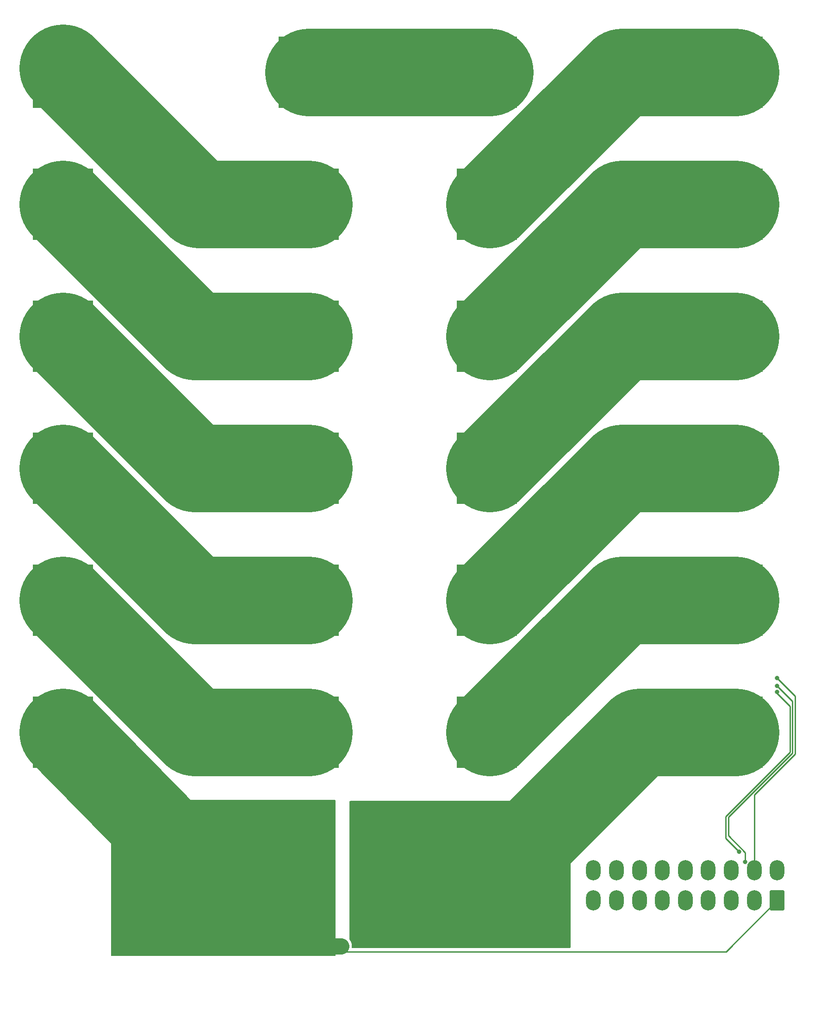
<source format=gbl>
G04 #@! TF.GenerationSoftware,KiCad,Pcbnew,8.0.5*
G04 #@! TF.CreationDate,2024-11-12T22:59:12-08:00*
G04 #@! TF.ProjectId,URBAN_CELL_BOARD,55524241-4e5f-4434-954c-4c5f424f4152,rev?*
G04 #@! TF.SameCoordinates,Original*
G04 #@! TF.FileFunction,Copper,L2,Bot*
G04 #@! TF.FilePolarity,Positive*
%FSLAX46Y46*%
G04 Gerber Fmt 4.6, Leading zero omitted, Abs format (unit mm)*
G04 Created by KiCad (PCBNEW 8.0.5) date 2024-11-12 22:59:12*
%MOMM*%
%LPD*%
G01*
G04 APERTURE LIST*
G04 Aperture macros list*
%AMRoundRect*
0 Rectangle with rounded corners*
0 $1 Rounding radius*
0 $2 $3 $4 $5 $6 $7 $8 $9 X,Y pos of 4 corners*
0 Add a 4 corners polygon primitive as box body*
4,1,4,$2,$3,$4,$5,$6,$7,$8,$9,$2,$3,0*
0 Add four circle primitives for the rounded corners*
1,1,$1+$1,$2,$3*
1,1,$1+$1,$4,$5*
1,1,$1+$1,$6,$7*
1,1,$1+$1,$8,$9*
0 Add four rect primitives between the rounded corners*
20,1,$1+$1,$2,$3,$4,$5,0*
20,1,$1+$1,$4,$5,$6,$7,0*
20,1,$1+$1,$6,$7,$8,$9,0*
20,1,$1+$1,$8,$9,$2,$3,0*%
G04 Aperture macros list end*
G04 #@! TA.AperFunction,ComponentPad*
%ADD10C,9.000000*%
G04 #@! TD*
G04 #@! TA.AperFunction,SMDPad,CuDef*
%ADD11R,11.000000X13.000000*%
G04 #@! TD*
G04 #@! TA.AperFunction,ComponentPad*
%ADD12C,1.800000*%
G04 #@! TD*
G04 #@! TA.AperFunction,ComponentPad*
%ADD13RoundRect,0.250001X1.099999X1.599999X-1.099999X1.599999X-1.099999X-1.599999X1.099999X-1.599999X0*%
G04 #@! TD*
G04 #@! TA.AperFunction,ComponentPad*
%ADD14O,2.700000X3.700000*%
G04 #@! TD*
G04 #@! TA.AperFunction,ComponentPad*
%ADD15C,1.930000*%
G04 #@! TD*
G04 #@! TA.AperFunction,ViaPad*
%ADD16C,0.800000*%
G04 #@! TD*
G04 #@! TA.AperFunction,Conductor*
%ADD17C,0.250000*%
G04 #@! TD*
G04 #@! TA.AperFunction,Conductor*
%ADD18C,16.000000*%
G04 #@! TD*
G04 #@! TA.AperFunction,Conductor*
%ADD19C,3.000000*%
G04 #@! TD*
G04 APERTURE END LIST*
D10*
X148629000Y-119750000D03*
D11*
X148629000Y-119750000D03*
D10*
X103689000Y-119750000D03*
D11*
X103689000Y-119750000D03*
D10*
X226129000Y-119750000D03*
D11*
X226129000Y-119750000D03*
D10*
X181189000Y-119750000D03*
D11*
X181189000Y-119750000D03*
D10*
X148629000Y-143884000D03*
D11*
X148629000Y-143884000D03*
D10*
X103689000Y-143884000D03*
D11*
X103689000Y-143884000D03*
D10*
X226129000Y-168018000D03*
D11*
X226129000Y-168018000D03*
D10*
X181189000Y-168018000D03*
D11*
X181189000Y-168018000D03*
D12*
X133550000Y-265250000D03*
X133550000Y-267790000D03*
X133550000Y-270330000D03*
X133550000Y-272870000D03*
X133550000Y-275410000D03*
X133550000Y-277950000D03*
X136090000Y-265250000D03*
X136090000Y-267790000D03*
X136090000Y-270330000D03*
X136090000Y-272870000D03*
X136090000Y-275410000D03*
X136090000Y-277950000D03*
X138630000Y-265250000D03*
X138630000Y-267790000D03*
X138630000Y-270330000D03*
X138630000Y-272870000D03*
X138630000Y-275410000D03*
X138630000Y-277950000D03*
X141170000Y-265250000D03*
X141170000Y-267790000D03*
X141170000Y-270330000D03*
X141170000Y-272870000D03*
X141170000Y-275410000D03*
X141170000Y-277950000D03*
X143710000Y-265250000D03*
X143710000Y-267790000D03*
X143710000Y-270330000D03*
X143710000Y-272870000D03*
X143710000Y-275410000D03*
X143710000Y-277950000D03*
X146250000Y-265250000D03*
X146250000Y-267790000D03*
X146250000Y-270330000D03*
X146250000Y-272870000D03*
X146250000Y-275410000D03*
X146250000Y-277950000D03*
D13*
X234315000Y-271145000D03*
D14*
X230115000Y-271145000D03*
X225915000Y-271145000D03*
X221715000Y-271145000D03*
X217515000Y-271145000D03*
X213315000Y-271145000D03*
X209115000Y-271145000D03*
X204915000Y-271145000D03*
X200715000Y-271145000D03*
X234315000Y-265645000D03*
X230115000Y-265645000D03*
X225915000Y-265645000D03*
X221715000Y-265645000D03*
X217515000Y-265645000D03*
X213315000Y-265645000D03*
X209115000Y-265645000D03*
X204915000Y-265645000D03*
X200715000Y-265645000D03*
D15*
X188000000Y-269440000D03*
D10*
X148629000Y-192153000D03*
D11*
X148629000Y-192153000D03*
D10*
X103689000Y-192153000D03*
D11*
X103689000Y-192153000D03*
D10*
X226129000Y-192153000D03*
D11*
X226129000Y-192153000D03*
D10*
X181189000Y-192153000D03*
D11*
X181189000Y-192153000D03*
D10*
X148629000Y-168018000D03*
D11*
X148629000Y-168018000D03*
D10*
X103689000Y-168018000D03*
D11*
X103689000Y-168018000D03*
D10*
X226129000Y-216287000D03*
D11*
X226129000Y-216287000D03*
D10*
X181189000Y-216287000D03*
D11*
X181189000Y-216287000D03*
D12*
X162920000Y-265130000D03*
X162920000Y-267670000D03*
X162920000Y-270210000D03*
X162920000Y-272750000D03*
X162920000Y-275290000D03*
X162920000Y-277830000D03*
X165460000Y-265130000D03*
X165460000Y-267670000D03*
X165460000Y-270210000D03*
X165460000Y-272750000D03*
X165460000Y-275290000D03*
X165460000Y-277830000D03*
X168000000Y-265130000D03*
X168000000Y-267670000D03*
X168000000Y-270210000D03*
X168000000Y-272750000D03*
X168000000Y-275290000D03*
X168000000Y-277830000D03*
X170540000Y-265130000D03*
X170540000Y-267670000D03*
X170540000Y-270210000D03*
X170540000Y-272750000D03*
X170540000Y-275290000D03*
X170540000Y-277830000D03*
X173080000Y-265130000D03*
X173080000Y-267670000D03*
X173080000Y-270210000D03*
X173080000Y-272750000D03*
X173080000Y-275290000D03*
X173080000Y-277830000D03*
X175620000Y-265130000D03*
X175620000Y-267670000D03*
X175620000Y-270210000D03*
X175620000Y-272750000D03*
X175620000Y-275290000D03*
X175620000Y-277830000D03*
D10*
X148629000Y-240421000D03*
D11*
X148629000Y-240421000D03*
D10*
X103689000Y-240421000D03*
D11*
X103689000Y-240421000D03*
D15*
X120500000Y-269440000D03*
D10*
X226129000Y-240421000D03*
D11*
X226129000Y-240421000D03*
D10*
X181189000Y-240421000D03*
D11*
X181189000Y-240421000D03*
D10*
X148629000Y-216287000D03*
D11*
X148629000Y-216287000D03*
D10*
X103689000Y-216287000D03*
D11*
X103689000Y-216287000D03*
D10*
X226129000Y-143884000D03*
D11*
X226129000Y-143884000D03*
D10*
X181189000Y-143884000D03*
D11*
X181189000Y-143884000D03*
D16*
X227330000Y-262255000D03*
X234295500Y-233045000D03*
X234295500Y-231935842D03*
X228480577Y-264082355D03*
X234295500Y-230505000D03*
D17*
X224879500Y-255816896D02*
X236670000Y-244026396D01*
X236670000Y-235664195D02*
X234295500Y-233289695D01*
X227330000Y-262255000D02*
X224879500Y-259804500D01*
D18*
X127823000Y-240421000D02*
X103689000Y-216287000D01*
D17*
X224879500Y-259804500D02*
X224879500Y-255816896D01*
D18*
X148629000Y-240421000D02*
X127823000Y-240421000D01*
D17*
X234295500Y-233289695D02*
X234295500Y-233045000D01*
X236670000Y-244026396D02*
X236670000Y-235664195D01*
D19*
X144095000Y-271635000D02*
X143510000Y-271635000D01*
D17*
X154500000Y-279500000D02*
X155500000Y-280500000D01*
X130175000Y-267335000D02*
X127000000Y-264160000D01*
X224960000Y-280500000D02*
X234315000Y-271145000D01*
D18*
X103689000Y-240421000D02*
X127000000Y-264160000D01*
X135090000Y-272250000D02*
X142250000Y-272250000D01*
X127000000Y-264160000D02*
X135090000Y-272250000D01*
D19*
X154500000Y-279500000D02*
X151960000Y-279500000D01*
X151960000Y-279500000D02*
X144095000Y-271635000D01*
D17*
X155500000Y-280500000D02*
X224960000Y-280500000D01*
X228480577Y-264082355D02*
X228480577Y-262380272D01*
X225425000Y-255907792D02*
X237120000Y-244212792D01*
X225425000Y-259324695D02*
X225425000Y-255907792D01*
D18*
X127823000Y-216287000D02*
X103689000Y-192153000D01*
D17*
X237120000Y-234760342D02*
X234295500Y-231935842D01*
X228480577Y-262380272D02*
X225425000Y-259324695D01*
X237120000Y-244212792D02*
X237120000Y-234760342D01*
D18*
X148629000Y-216287000D02*
X127823000Y-216287000D01*
X128573000Y-143884000D02*
X103689000Y-119000000D01*
X148629000Y-143884000D02*
X128573000Y-143884000D01*
X127823000Y-168018000D02*
X103689000Y-143884000D01*
X148629000Y-168018000D02*
X127823000Y-168018000D01*
D17*
X237570000Y-233760000D02*
X234315000Y-230505000D01*
X230115000Y-251854188D02*
X237570000Y-244399188D01*
X230115000Y-265645000D02*
X230115000Y-251854188D01*
X234315000Y-230505000D02*
X234295500Y-230505000D01*
D18*
X148629000Y-192153000D02*
X127824000Y-192153000D01*
D17*
X237570000Y-244399188D02*
X237570000Y-233760000D01*
D18*
X127824000Y-192153000D02*
X103689000Y-168018000D01*
X181755000Y-119750000D02*
X148629000Y-119750000D01*
X177830000Y-271750000D02*
X166000000Y-271750000D01*
X209159000Y-240421000D02*
X177830000Y-271750000D01*
X226695000Y-240421000D02*
X209159000Y-240421000D01*
X226695000Y-216287000D02*
X205889000Y-216287000D01*
X205889000Y-216287000D02*
X181755000Y-240421000D01*
X226695000Y-119750000D02*
X205889000Y-119750000D01*
X205889000Y-119750000D02*
X181755000Y-143884000D01*
X226695000Y-143884000D02*
X205889000Y-143884000D01*
X205889000Y-143884000D02*
X181755000Y-168018000D01*
X226695000Y-168018000D02*
X205890000Y-168018000D01*
X205890000Y-168018000D02*
X181755000Y-192153000D01*
X205889000Y-192153000D02*
X181755000Y-216287000D01*
X226695000Y-192153000D02*
X205889000Y-192153000D01*
G04 #@! TA.AperFunction,Conductor*
G36*
X196442121Y-252985002D02*
G01*
X196488614Y-253038658D01*
X196500000Y-253091000D01*
X196500000Y-279740500D01*
X196479998Y-279808621D01*
X196426342Y-279855114D01*
X196374000Y-279866500D01*
X156621256Y-279866500D01*
X156553135Y-279846498D01*
X156506642Y-279792842D01*
X156496334Y-279724054D01*
X156508500Y-279631644D01*
X156508500Y-279368356D01*
X156474134Y-279107320D01*
X156405990Y-278853003D01*
X156305234Y-278609757D01*
X156305228Y-278609748D01*
X156305227Y-278609744D01*
X156173592Y-278381746D01*
X156106037Y-278293706D01*
X156080437Y-278227485D01*
X156080000Y-278217002D01*
X156080000Y-253091000D01*
X156100002Y-253022879D01*
X156153658Y-252976386D01*
X156206000Y-252965000D01*
X196374000Y-252965000D01*
X196442121Y-252985002D01*
G37*
G04 #@! TD.AperFunction*
G04 #@! TA.AperFunction,Conductor*
G36*
X153442121Y-252770002D02*
G01*
X153488614Y-252823658D01*
X153500000Y-252876000D01*
X153500000Y-281159000D01*
X153479998Y-281227121D01*
X153426342Y-281273614D01*
X153374000Y-281285000D01*
X112591000Y-281285000D01*
X112522879Y-281264998D01*
X112476386Y-281211342D01*
X112465000Y-281159000D01*
X112465000Y-252876000D01*
X112485002Y-252807879D01*
X112538658Y-252761386D01*
X112591000Y-252750000D01*
X153374000Y-252750000D01*
X153442121Y-252770002D01*
G37*
G04 #@! TD.AperFunction*
M02*

</source>
